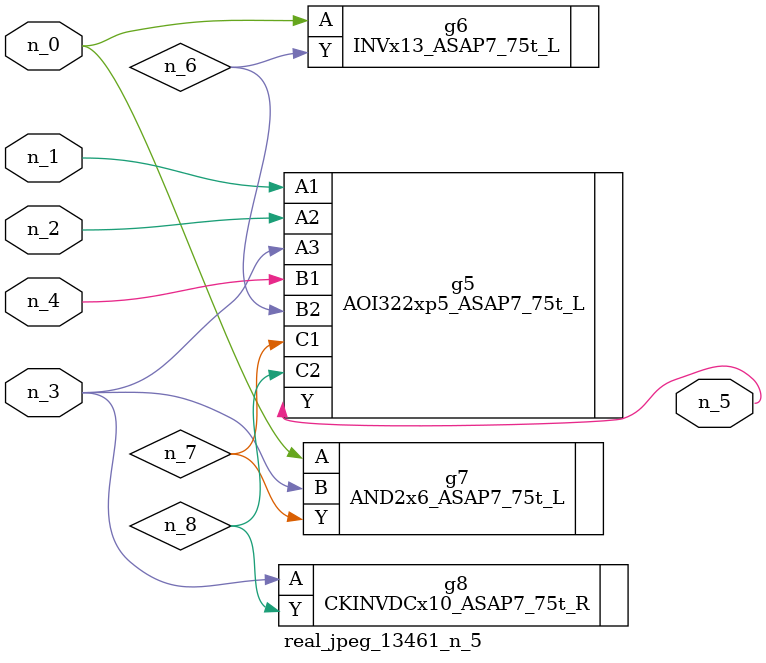
<source format=v>
module real_jpeg_13461_n_5 (n_4, n_0, n_1, n_2, n_3, n_5);

input n_4;
input n_0;
input n_1;
input n_2;
input n_3;

output n_5;

wire n_8;
wire n_6;
wire n_7;

INVx13_ASAP7_75t_L g6 ( 
.A(n_0),
.Y(n_6)
);

AND2x6_ASAP7_75t_L g7 ( 
.A(n_0),
.B(n_3),
.Y(n_7)
);

AOI322xp5_ASAP7_75t_L g5 ( 
.A1(n_1),
.A2(n_2),
.A3(n_3),
.B1(n_4),
.B2(n_6),
.C1(n_7),
.C2(n_8),
.Y(n_5)
);

CKINVDCx10_ASAP7_75t_R g8 ( 
.A(n_3),
.Y(n_8)
);


endmodule
</source>
